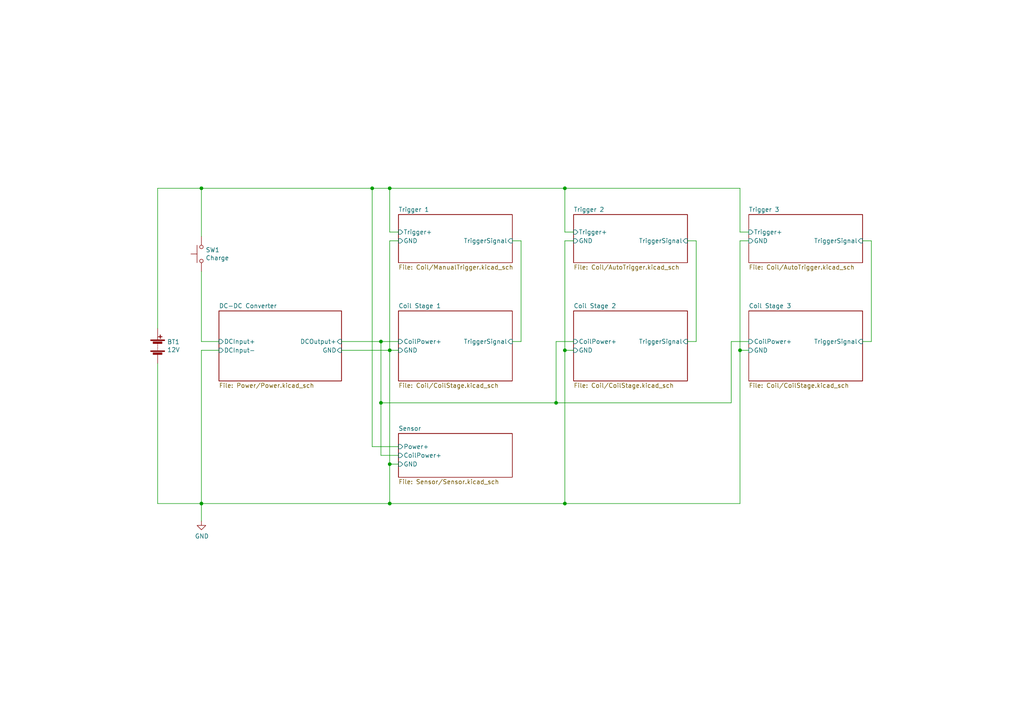
<source format=kicad_sch>
(kicad_sch (version 20211123) (generator eeschema)
  (paper "A4")
  (title_block (title "Coil Gun") (date "2021-05-20") (rev "1"))
  (lib_symbols
    (symbol "Device:Battery" (pin_numbers hide) (pin_names (offset 0) hide)
      (property "Reference" "BT" (at 2.54 2.54 0))
      (property "Value" "Battery" (at 2.54 0 0))
      (symbol "Battery_0_1"
        (rectangle (start -2.032 -1.397) (end 2.032 -1.651) (fill (type outline)))
        (rectangle (start -2.032 1.778) (end 2.032 1.524) (fill (type outline)))
        (rectangle (start -1.3208 -1.9812) (end 1.27 -2.4892) (fill (type outline)))
        (rectangle (start -1.3208 1.1938) (end 1.27 0.6858) (fill (type outline)))
        (polyline (pts (xy 0 -1.524) (xy 0 -1.27)))
        (polyline (pts (xy 0 -1.016) (xy 0 -0.762)))
        (polyline (pts (xy 0 -0.508) (xy 0 -0.254)))
        (polyline (pts (xy 0 0) (xy 0 0.254)))
        (polyline (pts (xy 0 0.508) (xy 0 0.762)))
        (polyline (pts (xy 0 1.778) (xy 0 2.54)))
        (polyline (pts (xy 0.254 2.667) (xy 1.27 2.667)) (stroke (width 0.254)))
        (polyline (pts (xy 0.762 3.175) (xy 0.762 2.159)) (stroke (width 0.254)))
      )
      (symbol "Battery_1_1"
        (pin passive line (at 0 5.08 270) (length 2.54) (name "+") (number "1"))
        (pin passive line (at 0 -5.08 90) (length 2.54) (name "-") (number "2"))
      )
    )
    (symbol "Switch:SW_Push" (pin_numbers hide) (pin_names (offset 1.016) hide)
      (property "Reference" "SW" (at 1.27 2.54 0))
      (property "Value" "SW_Push" (at 0 -1.524 0))
      (symbol "SW_Push_0_1"
        (circle (center -2.032 0) (radius 0.508))
        (polyline (pts (xy 0 1.27) (xy 0 3.048)))
        (polyline (pts (xy 2.54 1.27) (xy -2.54 1.27)))
        (circle (center 2.032 0) (radius 0.508))
        (pin passive line (at -5.08 0 0) (length 2.54) (name "1") (number "1"))
        (pin passive line (at 5.08 0 180) (length 2.54) (name "2") (number "2"))
      )
    )
    (symbol "power:GND" (power) (pin_names (offset 0))
      (property "Value" "GND" (at 0 -3.81 0))
      (symbol "GND_0_1"
        (polyline (pts (xy 0 0) (xy 0 -1.27) (xy 1.27 -1.27) (xy 0 -2.54) (xy -1.27 -1.27) (xy 0 -1.27)))
      )
      (symbol "GND_1_1"
        (pin power_in line (at 0 0 270) (length 0) hide (name "GND") (number "1"))
      )
    )
  )
  (junction (at 161.29 116.84))
  (junction (at 107.95 54.61))
  (junction (at 113.03 101.6))
  (junction (at 113.03 54.61))
  (junction (at 214.63 101.6))
  (junction (at 110.49 99.06))
  (junction (at 163.83 101.6))
  (junction (at 163.83 54.61))
  (junction (at 113.03 134.62))
  (junction (at 58.42 54.61))
  (junction (at 110.49 116.84))
  (junction (at 113.03 146.05))
  (junction (at 58.42 146.05))
  (junction (at 163.83 146.05))
  (wire (pts (xy 113.03 146.05) (xy 163.83 146.05)))
  (wire (pts (xy 161.29 99.06) (xy 166.37 99.06)))
  (wire (pts (xy 58.42 99.06) (xy 63.5 99.06)))
  (wire (pts (xy 107.95 129.54) (xy 107.95 54.61)))
  (wire (pts (xy 252.73 69.85) (xy 250.19 69.85)))
  (wire (pts (xy 113.03 134.62) (xy 113.03 146.05)))
  (wire (pts (xy 163.83 67.31) (xy 166.37 67.31)))
  (wire (pts (xy 214.63 101.6) (xy 214.63 146.05)))
  (wire (pts (xy 45.72 54.61) (xy 58.42 54.61)))
  (wire (pts (xy 217.17 69.85) (xy 214.63 69.85)))
  (wire (pts (xy 58.42 101.6) (xy 58.42 146.05)))
  (wire (pts (xy 58.42 146.05) (xy 113.03 146.05)))
  (wire (pts (xy 214.63 67.31) (xy 217.17 67.31)))
  (wire (pts (xy 201.93 69.85) (xy 201.93 99.06)))
  (wire (pts (xy 110.49 99.06) (xy 99.06 99.06)))
  (wire (pts (xy 163.83 101.6) (xy 166.37 101.6)))
  (wire (pts (xy 161.29 99.06) (xy 161.29 116.84)))
  (wire (pts (xy 58.42 151.13) (xy 58.42 146.05)))
  (wire (pts (xy 163.83 69.85) (xy 166.37 69.85)))
  (wire (pts (xy 45.72 146.05) (xy 58.42 146.05)))
  (wire (pts (xy 199.39 99.06) (xy 201.93 99.06)))
  (wire (pts (xy 201.93 69.85) (xy 199.39 69.85)))
  (wire (pts (xy 113.03 67.31) (xy 115.57 67.31)))
  (wire (pts (xy 163.83 146.05) (xy 214.63 146.05)))
  (wire (pts (xy 214.63 101.6) (xy 214.63 69.85)))
  (wire (pts (xy 45.72 105.41) (xy 45.72 146.05)))
  (wire (pts (xy 214.63 67.31) (xy 214.63 54.61)))
  (wire (pts (xy 113.03 101.6) (xy 99.06 101.6)))
  (wire (pts (xy 58.42 101.6) (xy 63.5 101.6)))
  (wire (pts (xy 163.83 69.85) (xy 163.83 101.6)))
  (wire (pts (xy 110.49 99.06) (xy 110.49 116.84)))
  (wire (pts (xy 161.29 116.84) (xy 212.09 116.84)))
  (wire (pts (xy 163.83 67.31) (xy 163.83 54.61)))
  (wire (pts (xy 212.09 116.84) (xy 212.09 99.06)))
  (wire (pts (xy 110.49 99.06) (xy 115.57 99.06)))
  (wire (pts (xy 252.73 99.06) (xy 252.73 69.85)))
  (wire (pts (xy 113.03 67.31) (xy 113.03 54.61)))
  (wire (pts (xy 58.42 54.61) (xy 58.42 68.58)))
  (wire (pts (xy 115.57 129.54) (xy 107.95 129.54)))
  (wire (pts (xy 151.13 69.85) (xy 148.59 69.85)))
  (wire (pts (xy 110.49 132.08) (xy 115.57 132.08)))
  (wire (pts (xy 113.03 69.85) (xy 113.03 101.6)))
  (wire (pts (xy 115.57 134.62) (xy 113.03 134.62)))
  (wire (pts (xy 113.03 101.6) (xy 115.57 101.6)))
  (wire (pts (xy 45.72 54.61) (xy 45.72 95.25)))
  (wire (pts (xy 212.09 99.06) (xy 217.17 99.06)))
  (wire (pts (xy 58.42 54.61) (xy 107.95 54.61)))
  (wire (pts (xy 214.63 101.6) (xy 217.17 101.6)))
  (wire (pts (xy 113.03 101.6) (xy 113.03 134.62)))
  (wire (pts (xy 163.83 101.6) (xy 163.83 146.05)))
  (wire (pts (xy 58.42 78.74) (xy 58.42 99.06)))
  (wire (pts (xy 252.73 99.06) (xy 250.19 99.06)))
  (wire (pts (xy 151.13 99.06) (xy 151.13 69.85)))
  (wire (pts (xy 107.95 54.61) (xy 113.03 54.61)))
  (wire (pts (xy 161.29 116.84) (xy 110.49 116.84)))
  (wire (pts (xy 110.49 116.84) (xy 110.49 132.08)))
  (wire (pts (xy 113.03 69.85) (xy 115.57 69.85)))
  (wire (pts (xy 148.59 99.06) (xy 151.13 99.06)))
  (wire (pts (xy 163.83 54.61) (xy 214.63 54.61)))
  (wire (pts (xy 113.03 54.61) (xy 163.83 54.61)))
  (symbol (lib_id "Device:Battery") (at 45.72 100.33 0) (unit 1)
    (property "Reference" "BT1" (at 48.4632 99.1616 0) (effects (justify left)))
    (property "Value" "12V" (at 48.4632 101.473 0) (effects (justify left)))
    (property "Footprint" "Connector_JST:JST_XH_B2B-XH-A_1x02_P2.50mm_Vertical" (effects hide))
  )
  (symbol (lib_id "power:GND") (at 58.42 151.13 0) (unit 1)
    (property "Reference" "#PWR?" (effects hide))
    (property "Value" "GND" (at 58.547 155.5242 0))
  )
  (symbol (lib_id "Switch:SW_Push") (at 58.42 73.66 90) (unit 1)
    (property "Reference" "SW1" (at 59.6392 72.4916 90) (effects (justify right)))
    (property "Value" "Charge" (at 59.6392 74.803 90) (effects (justify right)))
    (property "Footprint" "Connector_Wire:SolderWirePad_1x02_P3.81mm_Drill1.2mm" (effects hide))
  )
  (sheet (at 63.5 90.17) (size 35.56 20.32)
    (property "Sheet name" "DC-DC Converter" (at 63.5 89.4584 0) (effects (justify left bottom)))
    (property "Sheet file" "Power/Power.kicad_sch" (at 63.5 111.0746 0) (effects (justify left top)))
    (pin "DCOutput+" input (at 99.06 99.06 0))
    (pin "DCInput+" input (at 63.5 99.06 180))
    (pin "DCInput-" input (at 63.5 101.6 180))
    (pin "GND" input (at 99.06 101.6 0))
  )
  (sheet (at 115.57 90.17) (size 33.02 20.32)
    (property "Sheet name" "Coil Stage 1" (at 115.57 89.4584 0) (effects (justify left bottom)))
    (property "Sheet file" "Coil/CoilStage.kicad_sch" (at 115.57 111.0746 0) (effects (justify left top)))
    (pin "CoilPower+" input (at 115.57 99.06 180))
    (pin "TriggerSignal" input (at 148.59 99.06 0))
    (pin "GND" input (at 115.57 101.6 180))
  )
  (sheet (at 166.37 90.17) (size 33.02 20.32)
    (property "Sheet name" "Coil Stage 2" (at 166.37 89.4584 0) (effects (justify left bottom)))
    (property "Sheet file" "Coil/CoilStage.kicad_sch" (at 166.37 111.0746 0) (effects (justify left top)))
    (pin "CoilPower+" input (at 166.37 99.06 180))
    (pin "TriggerSignal" input (at 199.39 99.06 0))
    (pin "GND" input (at 166.37 101.6 180))
  )
  (sheet (at 217.17 90.17) (size 33.02 20.32)
    (property "Sheet name" "Coil Stage 3" (at 217.17 89.4584 0) (effects (justify left bottom)))
    (property "Sheet file" "Coil/CoilStage.kicad_sch" (at 217.17 111.0746 0) (effects (justify left top)))
    (pin "CoilPower+" input (at 217.17 99.06 180))
    (pin "TriggerSignal" input (at 250.19 99.06 0))
    (pin "GND" input (at 217.17 101.6 180))
  )
  (sheet (at 115.57 125.73) (size 33.02 12.7)
    (property "Sheet name" "Sensor" (at 115.57 125.0184 0) (effects (justify left bottom)))
    (property "Sheet file" "Sensor/Sensor.kicad_sch" (at 115.57 139.0146 0) (effects (justify left top)))
    (pin "CoilPower+" input (at 115.57 132.08 180))
    (pin "GND" input (at 115.57 134.62 180))
    (pin "Power+" input (at 115.57 129.54 180))
  )
  (sheet (at 115.57 62.23) (size 33.02 13.97)
    (property "Sheet name" "Trigger 1" (at 115.57 61.5184 0) (effects (justify left bottom)))
    (property "Sheet file" "Coil/ManualTrigger.kicad_sch" (at 115.57 76.7846 0) (effects (justify left top)))
    (pin "Trigger+" input (at 115.57 67.31 180))
    (pin "TriggerSignal" input (at 148.59 69.85 0))
    (pin "GND" input (at 115.57 69.85 180))
  )
  (sheet (at 166.37 62.23) (size 33.02 13.97)
    (property "Sheet name" "Trigger 2" (at 166.37 61.5184 0) (effects (justify left bottom)))
    (property "Sheet file" "Coil/AutoTrigger.kicad_sch" (at 166.37 76.7846 0) (effects (justify left top)))
    (pin "Trigger+" input (at 166.37 67.31 180))
    (pin "TriggerSignal" input (at 199.39 69.85 0))
    (pin "GND" input (at 166.37 69.85 180))
  )
  (sheet (at 217.17 62.23) (size 33.02 13.97)
    (property "Sheet name" "Trigger 3" (at 217.17 61.5184 0) (effects (justify left bottom)))
    (property "Sheet file" "Coil/AutoTrigger.kicad_sch" (at 217.17 76.7846 0) (effects (justify left top)))
    (pin "Trigger+" input (at 217.17 67.31 180))
    (pin "TriggerSignal" input (at 250.19 69.85 0))
    (pin "GND" input (at 217.17 69.85 180))
  )
)
</source>
